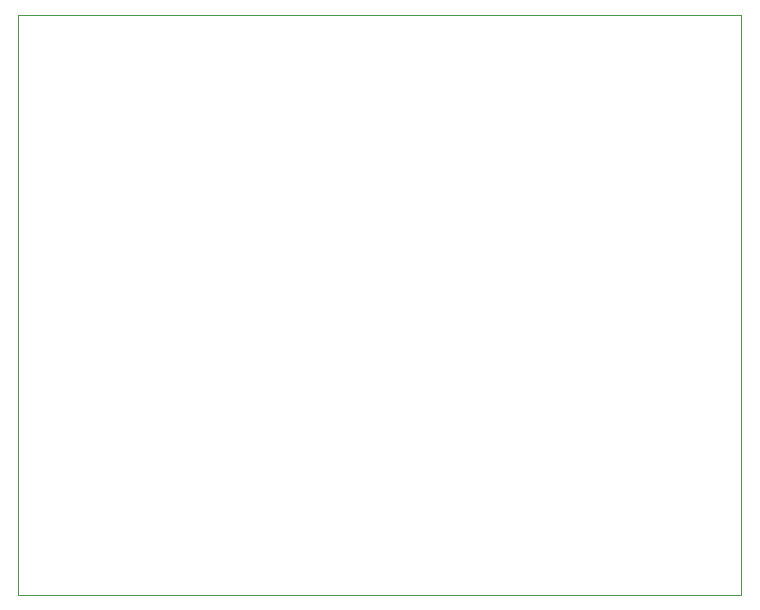
<source format=gbr>
G04 #@! TF.GenerationSoftware,KiCad,Pcbnew,(6.0.0-rc1-dev-1233-g630baa372)*
G04 #@! TF.CreationDate,2018-11-22T01:35:06+01:00*
G04 #@! TF.ProjectId,sdi-devboard,7364692d-6465-4766-926f-6172642e6b69,rev?*
G04 #@! TF.SameCoordinates,Original*
G04 #@! TF.FileFunction,Profile,NP*
%FSLAX46Y46*%
G04 Gerber Fmt 4.6, Leading zero omitted, Abs format (unit mm)*
G04 Created by KiCad (PCBNEW (6.0.0-rc1-dev-1233-g630baa372)) date Thu 22 Nov 2018 01:35:06 AM CET*
%MOMM*%
%LPD*%
G01*
G04 APERTURE LIST*
%ADD10C,0.050000*%
G04 APERTURE END LIST*
D10*
X124206000Y-111887000D02*
X124206000Y-62738000D01*
X185420000Y-111887000D02*
X124206000Y-111887000D01*
X185420000Y-62738000D02*
X185420000Y-111887000D01*
X124206000Y-62738000D02*
X185420000Y-62738000D01*
M02*

</source>
